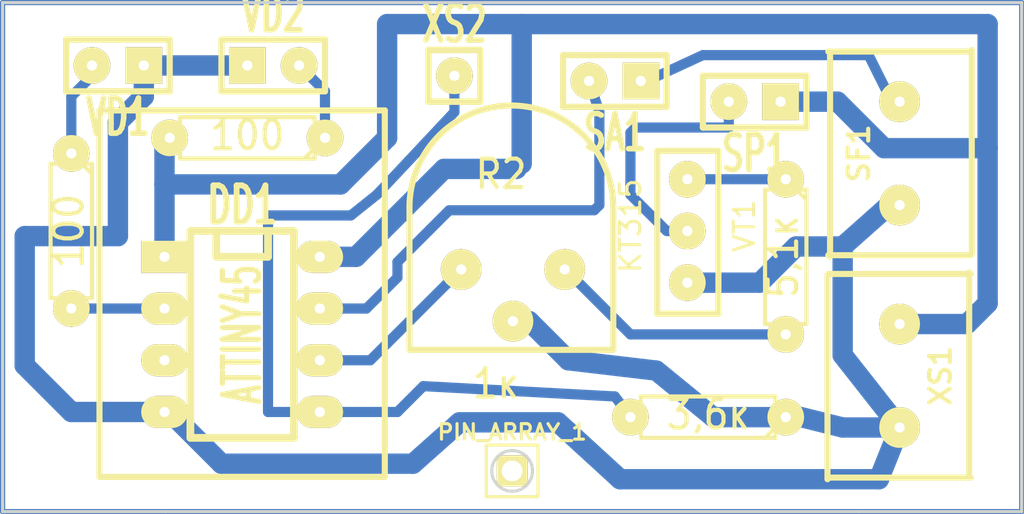
<source format=kicad_pcb>
(kicad_pcb (version 3) (host pcbnew "(2013-jul-07)-stable")

  (general
    (links 22)
    (no_connects 0)
    (area 51.873 65.27673 102.075001 92.075001)
    (thickness 1.6)
    (drawings 7)
    (tracks 96)
    (zones 0)
    (modules 15)
    (nets 13)
  )

  (page A3)
  (layers
    (15 F.Cu signal)
    (0 B.Cu signal)
    (16 B.Adhes user)
    (17 F.Adhes user)
    (18 B.Paste user)
    (19 F.Paste user)
    (20 B.SilkS user)
    (21 F.SilkS user)
    (22 B.Mask user)
    (23 F.Mask user)
    (24 Dwgs.User user)
    (25 Cmts.User user)
    (26 Eco1.User user)
    (27 Eco2.User user)
    (28 Edge.Cuts user hide)
  )

  (setup
    (last_trace_width 1)
    (user_trace_width 0.5)
    (user_trace_width 1)
    (trace_clearance 0.254)
    (zone_clearance 0.508)
    (zone_45_only yes)
    (trace_min 0.254)
    (segment_width 0.2)
    (edge_width 0.15)
    (via_size 0.889)
    (via_drill 0.635)
    (via_min_size 0.889)
    (via_min_drill 0.508)
    (uvia_size 0.508)
    (uvia_drill 0.127)
    (uvias_allowed no)
    (uvia_min_size 0.508)
    (uvia_min_drill 0.127)
    (pcb_text_width 0.3)
    (pcb_text_size 1 1)
    (mod_edge_width 0.3)
    (mod_text_size 1 1)
    (mod_text_width 0.15)
    (pad_size 1.8 1.8)
    (pad_drill 0.5)
    (pad_to_mask_clearance 0)
    (aux_axis_origin 0 0)
    (visible_elements 7FFEE7CF)
    (pcbplotparams
      (layerselection 3178497)
      (usegerberextensions true)
      (excludeedgelayer true)
      (linewidth 0.150000)
      (plotframeref false)
      (viasonmask false)
      (mode 1)
      (useauxorigin false)
      (hpglpennumber 1)
      (hpglpenspeed 20)
      (hpglpendiameter 15)
      (hpglpenoverlay 2)
      (psnegative false)
      (psa4output false)
      (plotreference true)
      (plotvalue true)
      (plotothertext true)
      (plotinvisibletext false)
      (padsonsilk false)
      (subtractmaskfromsilk false)
      (outputformat 1)
      (mirror false)
      (drillshape 1)
      (scaleselection 1)
      (outputdirectory ""))
  )

  (net 0 "")
  (net 1 GND)
  (net 2 N-000001)
  (net 3 N-0000010)
  (net 4 N-0000011)
  (net 5 N-0000012)
  (net 6 N-000002)
  (net 7 N-000003)
  (net 8 N-000004)
  (net 9 N-000005)
  (net 10 N-000007)
  (net 11 N-000009)
  (net 12 V+)

  (net_class Default "Это класс цепей по умолчанию."
    (clearance 0.254)
    (trace_width 0.254)
    (via_dia 0.889)
    (via_drill 0.635)
    (uvia_dia 0.508)
    (uvia_drill 0.127)
    (add_net "")
    (add_net GND)
    (add_net N-000001)
    (add_net N-0000010)
    (add_net N-0000011)
    (add_net N-0000012)
    (add_net N-000002)
    (add_net N-000003)
    (add_net N-000004)
    (add_net N-000005)
    (add_net N-000007)
    (add_net N-000009)
    (add_net V+)
  )

  (module dip8-soic   placed (layer F.Cu) (tedit 53162763) (tstamp 53149CE7)
    (at 63.754 82.296 270)
    (descr "8 pins DIL package, elliptical pads")
    (tags DIL)
    (path /53144C5D)
    (fp_text reference DD1 (at -6.35 0 360) (layer F.SilkS)
      (effects (font (size 1.778 1.143) (thickness 0.3048)))
    )
    (fp_text value ATTINY45 (at 0 0 270) (layer F.SilkS)
      (effects (font (size 1.778 1.016) (thickness 0.3048)))
    )
    (fp_line (start 7 7) (end 7 -7) (layer F.SilkS) (width 0.3))
    (fp_line (start 7 -7) (end -11 -7) (layer F.SilkS) (width 0.3))
    (fp_line (start -11 -7) (end -11 7) (layer F.SilkS) (width 0.3))
    (fp_line (start -11 7) (end 7 7) (layer F.SilkS) (width 0.3))
    (fp_line (start -5.08 -1.27) (end -3.81 -1.27) (layer F.SilkS) (width 0.381))
    (fp_line (start -3.81 -1.27) (end -3.81 1.27) (layer F.SilkS) (width 0.381))
    (fp_line (start -3.81 1.27) (end -5.08 1.27) (layer F.SilkS) (width 0.381))
    (fp_line (start -5.08 -2.54) (end 5.08 -2.54) (layer F.SilkS) (width 0.381))
    (fp_line (start 5.08 -2.54) (end 5.08 2.54) (layer F.SilkS) (width 0.381))
    (fp_line (start 5.08 2.54) (end -5.08 2.54) (layer F.SilkS) (width 0.381))
    (fp_line (start -5.08 2.54) (end -5.08 -2.54) (layer F.SilkS) (width 0.381))
    (pad 1 thru_hole rect (at -3.81 3.81 270) (size 1.5748 2.286) (drill 0.5)
      (layers *.Cu *.Mask F.SilkS)
      (net 12 V+)
    )
    (pad 2 thru_hole oval (at -1.27 3.81 270) (size 1.5748 2.286) (drill 0.5)
      (layers *.Cu *.Mask F.SilkS)
      (net 6 N-000002)
    )
    (pad 3 thru_hole oval (at 1.27 3.81 270) (size 1.5748 2.286) (drill 0.5)
      (layers *.Cu *.Mask F.SilkS)
    )
    (pad 4 thru_hole oval (at 3.81 3.81 270) (size 1.5748 2.286) (drill 0.5)
      (layers *.Cu *.Mask F.SilkS)
      (net 1 GND)
    )
    (pad 5 thru_hole oval (at 3.81 -3.81 270) (size 1.5748 2.286) (drill 0.5)
      (layers *.Cu *.Mask F.SilkS)
      (net 3 N-0000010)
    )
    (pad 6 thru_hole oval (at 1.27 -3.81 270) (size 1.5748 2.286) (drill 0.5)
      (layers *.Cu *.Mask F.SilkS)
      (net 9 N-000005)
    )
    (pad 7 thru_hole oval (at -1.27 -3.81 270) (size 1.5748 2.286) (drill 0.5)
      (layers *.Cu *.Mask F.SilkS)
      (net 4 N-0000011)
    )
    (pad 8 thru_hole oval (at -3.81 -3.81 270) (size 1.5748 2.286) (drill 0.5)
      (layers *.Cu *.Mask F.SilkS)
      (net 12 V+)
    )
    (model dil/dil_8.wrl
      (at (xyz 0 0 0))
      (scale (xyz 1 1 1))
      (rotate (xyz 0 0 0))
    )
  )

  (module kt315 (layer F.Cu) (tedit 5316267F) (tstamp 531742E0)
    (at 85.598 77.216 90)
    (path /53144C4E)
    (fp_text reference VT1 (at 0.254 2.794 90) (layer F.SilkS)
      (effects (font (size 1 1) (thickness 0.15)))
    )
    (fp_text value КТ315 (at 0.254 -2.794 90) (layer F.SilkS)
      (effects (font (size 1 1) (thickness 0.15)))
    )
    (fp_line (start -4.064 1.524) (end -4.064 -1.476) (layer F.SilkS) (width 0.3))
    (fp_line (start -4.064 -1.476) (end 3.936 -1.476) (layer F.SilkS) (width 0.3))
    (fp_line (start 3.936 -1.476) (end 3.936 1.524) (layer F.SilkS) (width 0.3))
    (fp_line (start 3.936 1.524) (end -4.064 1.524) (layer F.SilkS) (width 0.3))
    (pad 1 thru_hole circle (at 2.54 0 90) (size 1.8 1.8) (drill 0.5)
      (layers *.Cu *.Mask F.SilkS)
      (net 8 N-000004)
    )
    (pad 2 thru_hole circle (at 0 0 90) (size 1.8 1.8) (drill 0.5)
      (layers *.Cu *.Mask F.SilkS)
      (net 7 N-000003)
    )
    (pad 3 thru_hole circle (at -2.54 0 90) (size 1.8 1.8) (drill 0.5)
      (layers *.Cu *.Mask F.SilkS)
      (net 1 GND)
    )
  )

  (module res-var (layer F.Cu) (tedit 531629D1) (tstamp 531742ED)
    (at 76.454 79.502)
    (descr "Resistance variable / potentiometre")
    (tags R)
    (path /53144F7E)
    (autoplace_cost90 10)
    (autoplace_cost180 10)
    (fp_text reference R2 (at 0 -5.08) (layer F.SilkS)
      (effects (font (size 1.397 1.27) (thickness 0.2032)))
    )
    (fp_text value 1к (at -0.254 5.207) (layer F.SilkS)
      (effects (font (size 1.397 1.27) (thickness 0.2032)))
    )
    (fp_arc (start 0.5098 -3.4468) (end 0.5098 -8.4468) (angle 90) (layer F.SilkS) (width 0.3))
    (fp_arc (start 0.5098 -3.4468) (end -4.4902 -3.4468) (angle 90) (layer F.SilkS) (width 0.3))
    (fp_line (start -4.4902 3.5532) (end -4.4902 -3.4468) (layer F.SilkS) (width 0.3))
    (fp_line (start -4.4902 3.5532) (end 5.5098 3.5532) (layer F.SilkS) (width 0.3))
    (fp_line (start 5.5098 3.5532) (end 5.5098 -3.4468) (layer F.SilkS) (width 0.3))
    (pad 1 thru_hole circle (at -1.954 -0.396) (size 2 2) (drill 0.5)
      (layers *.Cu *.Mask F.SilkS)
      (net 9 N-000005)
    )
    (pad 2 thru_hole circle (at 0.586 2.144) (size 2 2) (drill 0.5)
      (layers *.Cu *.Mask F.SilkS)
      (net 1 GND)
    )
    (pad 3 thru_hole circle (at 3.126 -0.396) (size 2 2) (drill 0.5)
      (layers *.Cu *.Mask F.SilkS)
      (net 2 N-000001)
    )
    (model discret/adjustable_rx2.wrl
      (at (xyz 0 0 0))
      (scale (xyz 1 1 1))
      (rotate (xyz 0 0 0))
    )
  )

  (module terminal-2pin (layer F.Cu) (tedit 53162AD4) (tstamp 53149DB7)
    (at 96.012 73.406 90)
    (descr "Condensateur = 2 pas")
    (tags C)
    (path /5314886A)
    (fp_text reference SF1 (at 0 -2 90) (layer F.SilkS)
      (effects (font (size 1.016 1.016) (thickness 0.2032)))
    )
    (fp_text value SF (at 0 2 90) (layer F.SilkS) hide
      (effects (font (size 1.016 1.016) (thickness 0.2032)))
    )
    (fp_line (start -5 -3.5) (end -5 3.5) (layer F.SilkS) (width 0.3))
    (fp_line (start 5 3.5) (end 5 -3.5) (layer F.SilkS) (width 0.3))
    (fp_line (start -5.08 -3.413) (end 4.953 -3.413) (layer F.SilkS) (width 0.3))
    (fp_line (start 5.08 3.54) (end -4.953 3.54) (layer F.SilkS) (width 0.3))
    (pad 1 thru_hole circle (at -2.54 0 90) (size 2 2) (drill 0.5)
      (layers *.Cu *.Mask F.SilkS)
      (net 1 GND)
    )
    (pad 2 thru_hole circle (at 2.54 0 90) (size 2 2) (drill 0.5)
      (layers *.Cu *.Mask F.SilkS)
      (net 11 N-000009)
    )
    (model discret/capa_2pas_5x5mm.wrl
      (at (xyz 0 0 0))
      (scale (xyz 1 1 1))
      (rotate (xyz 0 0 0))
    )
  )

  (module terminal-2pin (layer F.Cu) (tedit 53162AD4) (tstamp 53149D60)
    (at 96.012 84.328 270)
    (descr "Condensateur = 2 pas")
    (tags C)
    (path /53144DB0)
    (fp_text reference XS1 (at 0 -2 270) (layer F.SilkS)
      (effects (font (size 1.016 1.016) (thickness 0.2032)))
    )
    (fp_text value Питание (at 0 2 270) (layer F.SilkS) hide
      (effects (font (size 1.016 1.016) (thickness 0.2032)))
    )
    (fp_line (start -5 -3.5) (end -5 3.5) (layer F.SilkS) (width 0.3))
    (fp_line (start 5 3.5) (end 5 -3.5) (layer F.SilkS) (width 0.3))
    (fp_line (start -5.08 -3.413) (end 4.953 -3.413) (layer F.SilkS) (width 0.3))
    (fp_line (start 5.08 3.54) (end -4.953 3.54) (layer F.SilkS) (width 0.3))
    (pad 1 thru_hole circle (at -2.54 0 270) (size 2 2) (drill 0.5)
      (layers *.Cu *.Mask F.SilkS)
      (net 12 V+)
    )
    (pad 2 thru_hole circle (at 2.54 0 270) (size 2 2) (drill 0.5)
      (layers *.Cu *.Mask F.SilkS)
      (net 1 GND)
    )
    (model discret/capa_2pas_5x5mm.wrl
      (at (xyz 0 0 0))
      (scale (xyz 1 1 1))
      (rotate (xyz 0 0 0))
    )
  )

  (module SIL-2 (layer F.Cu) (tedit 200000) (tstamp 53149CFD)
    (at 88.9 70.866 180)
    (descr "Connecteurs 2 pins")
    (tags "CONN DEV")
    (path /531471A4)
    (fp_text reference SP1 (at 0 -2.54 180) (layer F.SilkS)
      (effects (font (size 1.72974 1.08712) (thickness 0.3048)))
    )
    (fp_text value SPEAKER (at 0 -2.54 180) (layer F.SilkS) hide
      (effects (font (size 1.524 1.016) (thickness 0.3048)))
    )
    (fp_line (start -2.54 1.27) (end -2.54 -1.27) (layer F.SilkS) (width 0.3048))
    (fp_line (start -2.54 -1.27) (end 2.54 -1.27) (layer F.SilkS) (width 0.3048))
    (fp_line (start 2.54 -1.27) (end 2.54 1.27) (layer F.SilkS) (width 0.3048))
    (fp_line (start 2.54 1.27) (end -2.54 1.27) (layer F.SilkS) (width 0.3048))
    (pad 1 thru_hole rect (at -1.27 0 180) (size 1.8 1.8) (drill 0.5)
      (layers *.Cu *.Mask F.SilkS)
      (net 12 V+)
    )
    (pad 2 thru_hole circle (at 1.27 0 180) (size 1.8 1.8) (drill 0.5)
      (layers *.Cu *.Mask F.SilkS)
      (net 7 N-000003)
    )
  )

  (module SIL-2 (layer F.Cu) (tedit 531734D9) (tstamp 5315C6F4)
    (at 65.278 69.088)
    (descr "Connecteurs 2 pins")
    (tags "CONN DEV")
    (path /5315D934)
    (fp_text reference VD2 (at 0 -2.54) (layer F.SilkS)
      (effects (font (size 1.72974 1.08712) (thickness 0.3048)))
    )
    (fp_text value зеленый (at 0 -2.54) (layer F.SilkS) hide
      (effects (font (size 1.524 1.016) (thickness 0.3048)))
    )
    (fp_line (start -2.54 1.27) (end -2.54 -1.27) (layer F.SilkS) (width 0.3048))
    (fp_line (start -2.54 -1.27) (end 2.54 -1.27) (layer F.SilkS) (width 0.3048))
    (fp_line (start 2.54 -1.27) (end 2.54 1.27) (layer F.SilkS) (width 0.3048))
    (fp_line (start 2.54 1.27) (end -2.54 1.27) (layer F.SilkS) (width 0.3048))
    (pad 1 thru_hole rect (at -1.27 0) (size 1.8 1.8) (drill 0.5)
      (layers *.Cu *.Mask F.SilkS)
      (net 1 GND)
    )
    (pad 2 thru_hole circle (at 1.27 0) (size 1.8 1.8) (drill 0.5)
      (layers *.Cu *.Mask F.SilkS)
      (net 5 N-0000012)
    )
  )

  (module SIL-2 (layer F.Cu) (tedit 200000) (tstamp 5315C6FF)
    (at 57.658 69.088 180)
    (descr "Connecteurs 2 pins")
    (tags "CONN DEV")
    (path /5315DB48)
    (fp_text reference VD1 (at 0 -2.54 180) (layer F.SilkS)
      (effects (font (size 1.72974 1.08712) (thickness 0.3048)))
    )
    (fp_text value красный (at 0 -2.54 180) (layer F.SilkS) hide
      (effects (font (size 1.524 1.016) (thickness 0.3048)))
    )
    (fp_line (start -2.54 1.27) (end -2.54 -1.27) (layer F.SilkS) (width 0.3048))
    (fp_line (start -2.54 -1.27) (end 2.54 -1.27) (layer F.SilkS) (width 0.3048))
    (fp_line (start 2.54 -1.27) (end 2.54 1.27) (layer F.SilkS) (width 0.3048))
    (fp_line (start 2.54 1.27) (end -2.54 1.27) (layer F.SilkS) (width 0.3048))
    (pad 1 thru_hole rect (at -1.27 0 180) (size 1.8 1.8) (drill 0.5)
      (layers *.Cu *.Mask F.SilkS)
      (net 1 GND)
    )
    (pad 2 thru_hole circle (at 1.27 0 180) (size 1.8 1.8) (drill 0.5)
      (layers *.Cu *.Mask F.SilkS)
      (net 10 N-000007)
    )
  )

  (module SIL-2 (layer F.Cu) (tedit 200000) (tstamp 5315C70A)
    (at 82.042 69.85 180)
    (descr "Connecteurs 2 pins")
    (tags "CONN DEV")
    (path /5315E094)
    (fp_text reference SA1 (at 0 -2.54 180) (layer F.SilkS)
      (effects (font (size 1.72974 1.08712) (thickness 0.3048)))
    )
    (fp_text value SA (at 0 -2.54 180) (layer F.SilkS) hide
      (effects (font (size 1.524 1.016) (thickness 0.3048)))
    )
    (fp_line (start -2.54 1.27) (end -2.54 -1.27) (layer F.SilkS) (width 0.3048))
    (fp_line (start -2.54 -1.27) (end 2.54 -1.27) (layer F.SilkS) (width 0.3048))
    (fp_line (start 2.54 -1.27) (end 2.54 1.27) (layer F.SilkS) (width 0.3048))
    (fp_line (start 2.54 1.27) (end -2.54 1.27) (layer F.SilkS) (width 0.3048))
    (pad 1 thru_hole rect (at -1.27 0 180) (size 1.8 1.8) (drill 0.5)
      (layers *.Cu *.Mask F.SilkS)
      (net 11 N-000009)
    )
    (pad 2 thru_hole circle (at 1.27 0 180) (size 1.8 1.8) (drill 0.5)
      (layers *.Cu *.Mask F.SilkS)
      (net 4 N-0000011)
    )
  )

  (module SIL-1 (layer F.Cu) (tedit 531734E8) (tstamp 5315C70F)
    (at 74.168 69.596)
    (descr "Connecteurs 1 pin")
    (tags "CONN DEV")
    (path /5315E124)
    (fp_text reference XS2 (at 0 -2.54) (layer F.SilkS)
      (effects (font (size 1.72974 1.08712) (thickness 0.27178)))
    )
    (fp_text value пуск (at 0 -2.54) (layer F.SilkS) hide
      (effects (font (size 1.524 1.016) (thickness 0.254)))
    )
    (fp_line (start -1.27 1.27) (end 1.27 1.27) (layer F.SilkS) (width 0.3175))
    (fp_line (start -1.27 -1.27) (end 1.27 -1.27) (layer F.SilkS) (width 0.3175))
    (fp_line (start -1.27 1.27) (end -1.27 -1.27) (layer F.SilkS) (width 0.3048))
    (fp_line (start 1.27 -1.27) (end 1.27 1.27) (layer F.SilkS) (width 0.3048))
    (pad 1 thru_hole circle (at 0 0) (size 1.8 1.8) (drill 0.5)
      (layers *.Cu *.Mask F.SilkS)
      (net 3 N-0000010)
    )
  )

  (module R3 (layer F.Cu) (tedit 4E4C0E65) (tstamp 53149CC7)
    (at 90.424 78.486 270)
    (descr "Resitance 3 pas")
    (tags R)
    (path /53144C3F)
    (autoplace_cost180 10)
    (fp_text reference R1 (at 0 0.127 270) (layer F.SilkS) hide
      (effects (font (size 1.397 1.27) (thickness 0.2032)))
    )
    (fp_text value 5,1к (at 0 0.127 270) (layer F.SilkS)
      (effects (font (size 1.397 1.27) (thickness 0.2032)))
    )
    (fp_line (start -3.81 0) (end -3.302 0) (layer F.SilkS) (width 0.2032))
    (fp_line (start 3.81 0) (end 3.302 0) (layer F.SilkS) (width 0.2032))
    (fp_line (start 3.302 0) (end 3.302 -1.016) (layer F.SilkS) (width 0.2032))
    (fp_line (start 3.302 -1.016) (end -3.302 -1.016) (layer F.SilkS) (width 0.2032))
    (fp_line (start -3.302 -1.016) (end -3.302 1.016) (layer F.SilkS) (width 0.2032))
    (fp_line (start -3.302 1.016) (end 3.302 1.016) (layer F.SilkS) (width 0.2032))
    (fp_line (start 3.302 1.016) (end 3.302 0) (layer F.SilkS) (width 0.2032))
    (fp_line (start -3.302 -0.508) (end -2.794 -1.016) (layer F.SilkS) (width 0.2032))
    (pad 1 thru_hole circle (at -3.81 0 270) (size 1.8 1.8) (drill 0.5)
      (layers *.Cu *.Mask F.SilkS)
      (net 8 N-000004)
    )
    (pad 2 thru_hole circle (at 3.81 0 270) (size 1.8 1.8) (drill 0.5)
      (layers *.Cu *.Mask F.SilkS)
      (net 2 N-000001)
    )
    (model discret/resistor.wrl
      (at (xyz 0 0 0))
      (scale (xyz 0.3 0.3 0.3))
      (rotate (xyz 0 0 0))
    )
  )

  (module R3 (layer F.Cu) (tedit 53173777) (tstamp 5315C6E9)
    (at 64.008 72.644 180)
    (descr "Resitance 3 pas")
    (tags R)
    (path /5315BF3A)
    (autoplace_cost180 10)
    (fp_text reference R4 (at 0 0.127 180) (layer F.SilkS) hide
      (effects (font (size 1.397 1.27) (thickness 0.2032)))
    )
    (fp_text value 100 (at 0 0.127 180) (layer F.SilkS)
      (effects (font (size 1.397 1.27) (thickness 0.2032)))
    )
    (fp_line (start -3.81 0) (end -3.302 0) (layer F.SilkS) (width 0.2032))
    (fp_line (start 3.81 0) (end 3.302 0) (layer F.SilkS) (width 0.2032))
    (fp_line (start 3.302 0) (end 3.302 -1.016) (layer F.SilkS) (width 0.2032))
    (fp_line (start 3.302 -1.016) (end -3.302 -1.016) (layer F.SilkS) (width 0.2032))
    (fp_line (start -3.302 -1.016) (end -3.302 1.016) (layer F.SilkS) (width 0.2032))
    (fp_line (start -3.302 1.016) (end 3.302 1.016) (layer F.SilkS) (width 0.2032))
    (fp_line (start 3.302 1.016) (end 3.302 0) (layer F.SilkS) (width 0.2032))
    (fp_line (start -3.302 -0.508) (end -2.794 -1.016) (layer F.SilkS) (width 0.2032))
    (pad 1 thru_hole circle (at -3.81 0 180) (size 1.8 1.8) (drill 0.5)
      (layers *.Cu *.Mask F.SilkS)
      (net 5 N-0000012)
    )
    (pad 2 thru_hole circle (at 3.81 0 180) (size 1.8 1.8) (drill 0.5)
      (layers *.Cu *.Mask F.SilkS)
      (net 12 V+)
    )
    (model discret/resistor.wrl
      (at (xyz 0 0 0))
      (scale (xyz 0.3 0.3 0.3))
      (rotate (xyz 0 0 0))
    )
  )

  (module R3 (layer F.Cu) (tedit 4E4C0E65) (tstamp 53149D09)
    (at 55.372 77.216 270)
    (descr "Resitance 3 pas")
    (tags R)
    (path /5315DB42)
    (autoplace_cost180 10)
    (fp_text reference R3 (at 0 0.127 270) (layer F.SilkS) hide
      (effects (font (size 1.397 1.27) (thickness 0.2032)))
    )
    (fp_text value 100 (at 0 0.127 270) (layer F.SilkS)
      (effects (font (size 1.397 1.27) (thickness 0.2032)))
    )
    (fp_line (start -3.81 0) (end -3.302 0) (layer F.SilkS) (width 0.2032))
    (fp_line (start 3.81 0) (end 3.302 0) (layer F.SilkS) (width 0.2032))
    (fp_line (start 3.302 0) (end 3.302 -1.016) (layer F.SilkS) (width 0.2032))
    (fp_line (start 3.302 -1.016) (end -3.302 -1.016) (layer F.SilkS) (width 0.2032))
    (fp_line (start -3.302 -1.016) (end -3.302 1.016) (layer F.SilkS) (width 0.2032))
    (fp_line (start -3.302 1.016) (end 3.302 1.016) (layer F.SilkS) (width 0.2032))
    (fp_line (start 3.302 1.016) (end 3.302 0) (layer F.SilkS) (width 0.2032))
    (fp_line (start -3.302 -0.508) (end -2.794 -1.016) (layer F.SilkS) (width 0.2032))
    (pad 1 thru_hole circle (at -3.81 0 270) (size 1.8 1.8) (drill 0.5)
      (layers *.Cu *.Mask F.SilkS)
      (net 10 N-000007)
    )
    (pad 2 thru_hole circle (at 3.81 0 270) (size 1.8 1.8) (drill 0.5)
      (layers *.Cu *.Mask F.SilkS)
      (net 6 N-000002)
    )
    (model discret/resistor.wrl
      (at (xyz 0 0 0))
      (scale (xyz 0.3 0.3 0.3))
      (rotate (xyz 0 0 0))
    )
  )

  (module R3 (layer F.Cu) (tedit 4E4C0E65) (tstamp 531767F5)
    (at 86.614 86.36 180)
    (descr "Resitance 3 pas")
    (tags R)
    (path /5315E669)
    (autoplace_cost180 10)
    (fp_text reference R5 (at 0 0.127 180) (layer F.SilkS) hide
      (effects (font (size 1.397 1.27) (thickness 0.2032)))
    )
    (fp_text value 3,6к (at 0 0.127 180) (layer F.SilkS)
      (effects (font (size 1.397 1.27) (thickness 0.2032)))
    )
    (fp_line (start -3.81 0) (end -3.302 0) (layer F.SilkS) (width 0.2032))
    (fp_line (start 3.81 0) (end 3.302 0) (layer F.SilkS) (width 0.2032))
    (fp_line (start 3.302 0) (end 3.302 -1.016) (layer F.SilkS) (width 0.2032))
    (fp_line (start 3.302 -1.016) (end -3.302 -1.016) (layer F.SilkS) (width 0.2032))
    (fp_line (start -3.302 -1.016) (end -3.302 1.016) (layer F.SilkS) (width 0.2032))
    (fp_line (start -3.302 1.016) (end 3.302 1.016) (layer F.SilkS) (width 0.2032))
    (fp_line (start 3.302 1.016) (end 3.302 0) (layer F.SilkS) (width 0.2032))
    (fp_line (start -3.302 -0.508) (end -2.794 -1.016) (layer F.SilkS) (width 0.2032))
    (pad 1 thru_hole circle (at -3.81 0 180) (size 1.8 1.8) (drill 0.5)
      (layers *.Cu *.Mask F.SilkS)
      (net 1 GND)
    )
    (pad 2 thru_hole circle (at 3.81 0 180) (size 1.8 1.8) (drill 0.5)
      (layers *.Cu *.Mask F.SilkS)
      (net 3 N-0000010)
    )
    (model discret/resistor.wrl
      (at (xyz 0 0 0))
      (scale (xyz 0.3 0.3 0.3))
      (rotate (xyz 0 0 0))
    )
  )

  (module PIN_ARRAY_1 (layer F.Cu) (tedit 4E4E744E) (tstamp 53176BF0)
    (at 77 89)
    (descr "1 pin")
    (tags "CONN DEV")
    (fp_text reference PIN_ARRAY_1 (at 0 -1.905) (layer F.SilkS)
      (effects (font (size 0.762 0.762) (thickness 0.1524)))
    )
    (fp_text value Val** (at 0 -1.905) (layer F.SilkS) hide
      (effects (font (size 0.762 0.762) (thickness 0.1524)))
    )
    (fp_line (start 1.27 1.27) (end -1.27 1.27) (layer F.SilkS) (width 0.1524))
    (fp_line (start -1.27 -1.27) (end 1.27 -1.27) (layer F.SilkS) (width 0.1524))
    (fp_line (start -1.27 1.27) (end -1.27 -1.27) (layer F.SilkS) (width 0.1524))
    (fp_line (start 1.27 -1.27) (end 1.27 1.27) (layer F.SilkS) (width 0.1524))
    (pad 1 thru_hole rect (at 0 0) (size 1.524 1.524) (drill 1.016)
      (layers *.Cu *.Mask F.SilkS)
    )
    (model pin_array\pin_1.wrl
      (at (xyz 0 0 0))
      (scale (xyz 1 1 1))
      (rotate (xyz 0 0 0))
    )
  )

  (gr_line (start 94 91) (end 60 91) (angle 90) (layer Edge.Cuts) (width 0.15))
  (gr_circle (center 77 89) (end 77 88) (layer Edge.Cuts) (width 0.15))
  (gr_line (start 52 91) (end 60 91) (angle 90) (layer Edge.Cuts) (width 0.15))
  (gr_line (start 52 66) (end 52 91) (angle 90) (layer Edge.Cuts) (width 0.15))
  (gr_line (start 102 91) (end 94 91) (angle 90) (layer Edge.Cuts) (width 0.15))
  (gr_line (start 102 66) (end 102 91) (angle 90) (layer Edge.Cuts) (width 0.15))
  (gr_line (start 52 66) (end 102 66) (angle 90) (layer Edge.Cuts) (width 0.15))

  (segment (start 52 66) (end 52 91) (width 0.254) (layer B.Cu) (net 0))
  (segment (start 102 66) (end 52 66) (width 0.254) (layer B.Cu) (net 0) (tstamp 53176A0D))
  (segment (start 102 91) (end 102 66) (width 0.254) (layer B.Cu) (net 0) (tstamp 53176A07))
  (segment (start 52 91) (end 102 91) (width 0.254) (layer B.Cu) (net 0) (tstamp 53176A02))
  (segment (start 59.944 86.106) (end 60.198 86.106) (width 0.5) (layer B.Cu) (net 1))
  (segment (start 94.996 89.408) (end 96.012 86.868) (width 1) (layer B.Cu) (net 1) (tstamp 53176847) (status 20))
  (segment (start 82.296 89.408) (end 94.996 89.408) (width 1) (layer B.Cu) (net 1) (tstamp 53176844))
  (segment (start 79.248 86.614) (end 82.296 89.408) (width 1) (layer B.Cu) (net 1) (tstamp 53176842))
  (segment (start 74.422 86.614) (end 79.248 86.614) (width 1) (layer B.Cu) (net 1) (tstamp 53176840))
  (segment (start 72.136 88.646) (end 74.422 86.614) (width 1) (layer B.Cu) (net 1) (tstamp 5317683E))
  (segment (start 62.738 88.646) (end 72.136 88.646) (width 1) (layer B.Cu) (net 1) (tstamp 5317683C))
  (segment (start 60.198 86.106) (end 62.738 88.646) (width 1) (layer B.Cu) (net 1) (tstamp 5317683B))
  (segment (start 77.04 81.646) (end 77.836 81.646) (width 1) (layer B.Cu) (net 1))
  (segment (start 86.868 86.36) (end 90.424 86.36) (width 1) (layer B.Cu) (net 1) (tstamp 53176837))
  (segment (start 84.074 84.074) (end 86.868 86.36) (width 1) (layer B.Cu) (net 1) (tstamp 53176834))
  (segment (start 79.756 83.566) (end 84.074 84.074) (width 1) (layer B.Cu) (net 1) (tstamp 53176832))
  (segment (start 77.836 81.646) (end 79.756 83.566) (width 1) (layer B.Cu) (net 1) (tstamp 53176830))
  (segment (start 96.012 86.868) (end 93.218 86.868) (width 1) (layer B.Cu) (net 1) (status 10))
  (segment (start 91.186 86.36) (end 90.424 86.36) (width 0.5) (layer B.Cu) (net 1) (tstamp 53176765) (status 30))
  (segment (start 93.218 86.868) (end 91.186 86.36) (width 1) (layer B.Cu) (net 1) (tstamp 53176764) (status 20))
  (segment (start 85.598 79.756) (end 89.154 79.756) (width 1) (layer B.Cu) (net 1))
  (segment (start 90.932 77.978) (end 93.218 77.978) (width 1) (layer B.Cu) (net 1) (tstamp 53176755))
  (segment (start 89.154 79.756) (end 90.932 77.978) (width 1) (layer B.Cu) (net 1) (tstamp 53176753))
  (segment (start 58.928 69.088) (end 58.928 70.612) (width 1) (layer B.Cu) (net 1))
  (segment (start 55.372 86.106) (end 59.944 86.106) (width 1) (layer B.Cu) (net 1) (tstamp 53176656))
  (segment (start 53.086 83.82) (end 55.372 86.106) (width 1) (layer B.Cu) (net 1) (tstamp 53176651))
  (segment (start 53.086 77.47) (end 53.086 83.82) (width 1) (layer B.Cu) (net 1) (tstamp 5317664C))
  (segment (start 57.658 77.47) (end 53.086 77.47) (width 1) (layer B.Cu) (net 1) (tstamp 53176649))
  (segment (start 57.658 71.882) (end 57.658 77.47) (width 1) (layer B.Cu) (net 1) (tstamp 53176647))
  (segment (start 58.928 70.612) (end 57.658 71.882) (width 1) (layer B.Cu) (net 1) (tstamp 53176645))
  (segment (start 96.012 86.868) (end 93.218 83.312) (width 1) (layer B.Cu) (net 1) (status 400010))
  (segment (start 93.218 83.312) (end 93.218 77.978) (width 1) (layer B.Cu) (net 1) (tstamp 531764E7))
  (segment (start 95.504 75.946) (end 96.012 75.946) (width 0.5) (layer B.Cu) (net 1) (tstamp 531764EA) (status 30))
  (segment (start 93.218 77.978) (end 95.504 75.946) (width 1) (layer B.Cu) (net 1) (tstamp 531764E9) (status 20))
  (segment (start 58.928 69.088) (end 64.008 69.088) (width 1) (layer B.Cu) (net 1) (status 20))
  (segment (start 90.424 82.296) (end 82.804 82.296) (width 0.5) (layer B.Cu) (net 2))
  (segment (start 79.614 79.106) (end 79.58 79.106) (width 0.5) (layer B.Cu) (net 2) (tstamp 5317674B))
  (segment (start 82.804 82.296) (end 79.614 79.106) (width 0.5) (layer B.Cu) (net 2) (tstamp 53176748))
  (segment (start 67.564 86.106) (end 71.374 86.106) (width 0.5) (layer B.Cu) (net 3))
  (segment (start 82.042 85.344) (end 82.804 86.36) (width 0.5) (layer B.Cu) (net 3) (tstamp 5317682B))
  (segment (start 72.644 84.836) (end 82.042 85.344) (width 0.5) (layer B.Cu) (net 3) (tstamp 5317682A))
  (segment (start 71.374 86.106) (end 72.644 84.836) (width 0.5) (layer B.Cu) (net 3) (tstamp 53176829))
  (segment (start 65.024 76.454) (end 69.088 76.454) (width 0.5) (layer B.Cu) (net 3))
  (segment (start 65.024 86.106) (end 65.024 76.454) (width 0.5) (layer B.Cu) (net 3) (tstamp 531766BD))
  (segment (start 67.564 86.106) (end 65.024 86.106) (width 0.5) (layer B.Cu) (net 3))
  (segment (start 74.168 71.374) (end 74.168 69.596) (width 0.5) (layer B.Cu) (net 3) (tstamp 531766C3) (status 20))
  (segment (start 70.358 75.438) (end 74.168 71.374) (width 0.5) (layer B.Cu) (net 3) (tstamp 531766C1))
  (segment (start 69.088 76.454) (end 70.358 75.438) (width 0.5) (layer B.Cu) (net 3) (tstamp 531766C0))
  (segment (start 67.564 81.026) (end 69.85 81.026) (width 0.5) (layer B.Cu) (net 4))
  (segment (start 81.28 71.374) (end 80.772 69.85) (width 0.5) (layer B.Cu) (net 4) (tstamp 53176602) (status 20))
  (segment (start 81.28 75.946) (end 81.28 71.374) (width 0.5) (layer B.Cu) (net 4) (tstamp 53176601))
  (segment (start 81.026 76.2) (end 81.28 75.946) (width 0.5) (layer B.Cu) (net 4) (tstamp 53176600))
  (segment (start 73.914 76.2) (end 81.026 76.2) (width 0.5) (layer B.Cu) (net 4) (tstamp 531765F9))
  (segment (start 71.374 78.74) (end 73.914 76.2) (width 0.5) (layer B.Cu) (net 4) (tstamp 531765F3))
  (segment (start 71.374 79.502) (end 71.374 78.74) (width 0.5) (layer B.Cu) (net 4) (tstamp 531765F2))
  (segment (start 69.85 81.026) (end 71.374 79.502) (width 0.5) (layer B.Cu) (net 4) (tstamp 531765F1))
  (segment (start 67.818 72.644) (end 67.818 70.358) (width 0.5) (layer B.Cu) (net 5))
  (segment (start 67.818 70.358) (end 66.548 69.088) (width 0.5) (layer B.Cu) (net 5) (tstamp 53176702))
  (segment (start 55.372 81.026) (end 59.944 81.026) (width 0.5) (layer B.Cu) (net 6))
  (segment (start 85.598 77.216) (end 84.582 77.216) (width 0.5) (layer B.Cu) (net 7))
  (segment (start 87.63 72.136) (end 87.63 70.866) (width 0.5) (layer B.Cu) (net 7) (tstamp 53176732) (status 20))
  (segment (start 83.058 72.136) (end 87.63 72.136) (width 0.5) (layer B.Cu) (net 7) (tstamp 53176730))
  (segment (start 82.804 72.39) (end 83.058 72.136) (width 0.5) (layer B.Cu) (net 7) (tstamp 5317672E))
  (segment (start 82.804 75.438) (end 82.804 72.39) (width 0.5) (layer B.Cu) (net 7) (tstamp 5317672D))
  (segment (start 84.582 77.216) (end 82.804 75.438) (width 0.5) (layer B.Cu) (net 7) (tstamp 5317672A))
  (segment (start 85.598 74.676) (end 90.424 74.676) (width 0.5) (layer B.Cu) (net 8))
  (segment (start 67.564 83.566) (end 70.04 83.566) (width 0.5) (layer B.Cu) (net 9))
  (segment (start 70.04 83.566) (end 74.5 79.106) (width 0.5) (layer B.Cu) (net 9) (tstamp 531765E9))
  (segment (start 55.372 73.406) (end 55.372 70.612) (width 0.5) (layer B.Cu) (net 10))
  (segment (start 56.388 69.596) (end 56.388 69.088) (width 0.5) (layer B.Cu) (net 10) (tstamp 53176631))
  (segment (start 55.372 70.612) (end 56.388 69.596) (width 0.5) (layer B.Cu) (net 10) (tstamp 53176630))
  (segment (start 96.012 70.866) (end 95.504 70.612) (width 0.5) (layer B.Cu) (net 11) (status 10))
  (segment (start 86.36 68.58) (end 83.058 70.104) (width 0.5) (layer B.Cu) (net 11) (tstamp 53176177) (status 20))
  (segment (start 94.488 68.58) (end 86.36 68.58) (width 0.5) (layer B.Cu) (net 11) (tstamp 53176175))
  (segment (start 95.504 70.612) (end 94.488 68.58) (width 0.5) (layer B.Cu) (net 11) (tstamp 53176173))
  (segment (start 90.17 70.866) (end 92.964 70.866) (width 1) (layer B.Cu) (net 12) (status 10))
  (segment (start 95.25 73.152) (end 100.33 73.152) (width 1) (layer B.Cu) (net 12) (tstamp 5317691D))
  (segment (start 92.964 70.866) (end 95.25 73.152) (width 1) (layer B.Cu) (net 12) (tstamp 5317691C))
  (segment (start 77.47 67.056) (end 100.33 67.056) (width 1) (layer B.Cu) (net 12))
  (segment (start 99.314 81.788) (end 96.012 81.788) (width 1) (layer B.Cu) (net 12) (tstamp 53176919) (status 20))
  (segment (start 100.33 80.772) (end 99.314 81.788) (width 1) (layer B.Cu) (net 12) (tstamp 53176918))
  (segment (start 100.33 67.056) (end 100.33 73.152) (width 1) (layer B.Cu) (net 12) (tstamp 53176917))
  (segment (start 100.33 73.152) (end 100.33 80.772) (width 1) (layer B.Cu) (net 12) (tstamp 53176920))
  (segment (start 77.47 67.056) (end 77.47 67.056) (width 0.5) (layer B.Cu) (net 12) (tstamp 531766C8))
  (segment (start 77.47 67.056) (end 70.866 67.056) (width 1) (layer B.Cu) (net 12))
  (segment (start 68.58 74.93) (end 59.944 74.93) (width 1) (layer B.Cu) (net 12))
  (segment (start 70.866 72.644) (end 70.866 67.056) (width 1) (layer B.Cu) (net 12) (tstamp 531766BA))
  (segment (start 68.58 74.93) (end 70.866 72.644) (width 1) (layer B.Cu) (net 12) (tstamp 531766B9))
  (segment (start 59.944 78.486) (end 59.944 74.93) (width 1) (layer B.Cu) (net 12))
  (segment (start 59.944 74.93) (end 59.944 72.898) (width 1) (layer B.Cu) (net 12) (tstamp 531766B7))
  (segment (start 59.944 72.898) (end 60.198 72.644) (width 0.5) (layer B.Cu) (net 12) (tstamp 531766B4))
  (segment (start 67.564 78.486) (end 69.342 78.486) (width 1) (layer B.Cu) (net 12))
  (segment (start 69.342 78.486) (end 73.66 74.168) (width 1) (layer B.Cu) (net 12) (tstamp 5317660A))
  (segment (start 73.66 74.168) (end 77.216 74.168) (width 1) (layer B.Cu) (net 12) (tstamp 5317660E))
  (segment (start 77.216 74.168) (end 77.47 73.914) (width 0.5) (layer B.Cu) (net 12) (tstamp 53176611))
  (segment (start 77.47 73.914) (end 77.47 67.056) (width 1) (layer B.Cu) (net 12) (tstamp 53176612))

)

</source>
